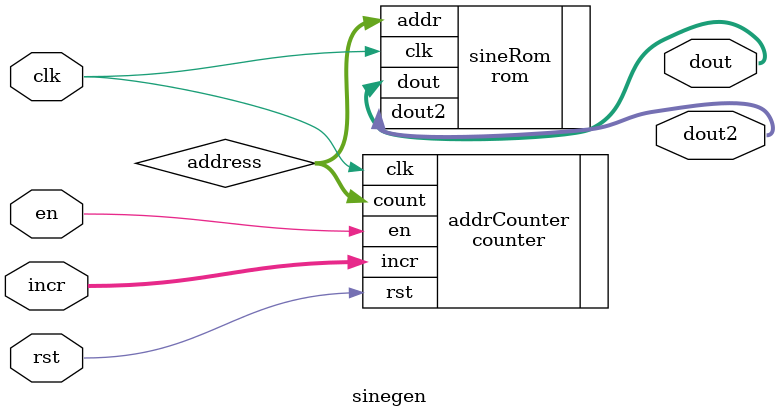
<source format=sv>
module sinegen #(
  parameter A_WIDTH = 8,
  parameter D_WIDTH = 8
)(
  // interface signals
  input   logic                 clk,  // clock
  input   logic                 rst,  // reset
  input   logic                 en,   // enable
  input   logic [D_WIDTH-1:0]   incr, // increment for addr counter
  output  logic [D_WIDTH-1:0]   dout,  // output data
  output  logic [D_WIDTH-1:0]   dout2
);

  logic [A_WIDTH-1:0] address;   // interconnect wire

  counter addrCounter (
    .clk   (clk),
    .rst   (rst),
    .en    (en),
    .incr  (incr),
    .count (address)
  );

  rom sineRom (
    .clk   (clk),
    .addr  (address),
    .dout  (dout),
    .dout2 (dout2)
  );

endmodule

</source>
